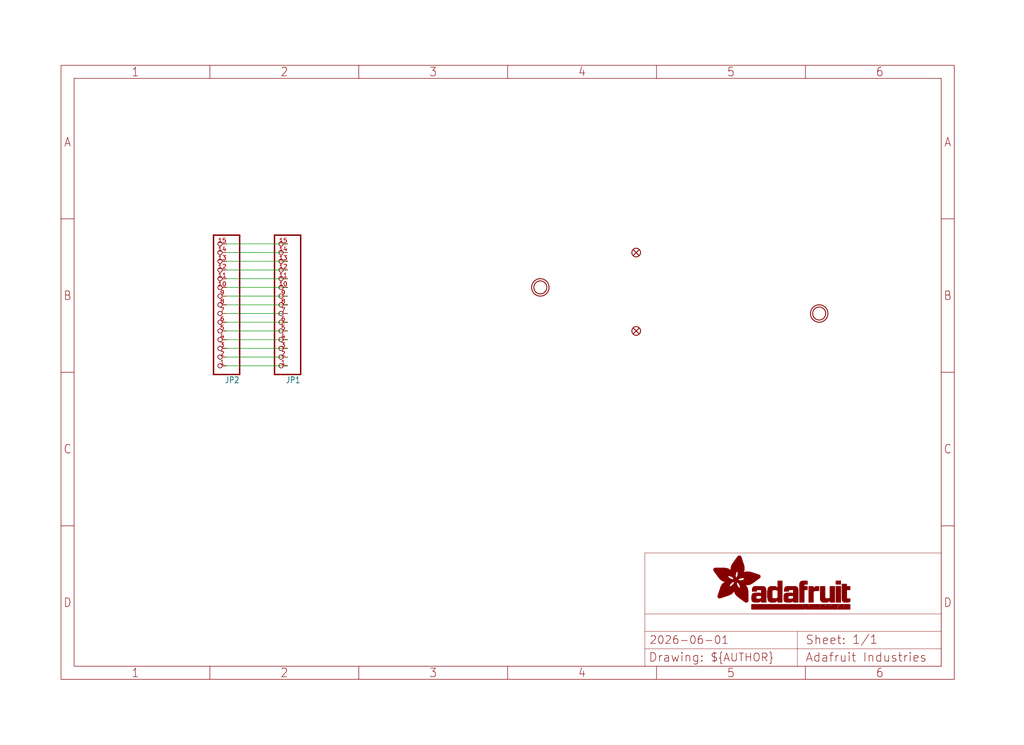
<source format=kicad_sch>
(kicad_sch (version 20230121) (generator eeschema)
  (paper "User" 298.45 217.322)
  (lib_symbols
    (symbol "working-eagle-import:FIDUCIAL_1MM")
    (symbol "working-eagle-import:FRAME_A4_ADAFRUIT"
      (symbol "FRAME_A4_ADAFRUIT_1_0"
        (text "${#}/${##}" (at 230.505 10.16 0) (effects (font (size 2.54 2.54)) (justify left bottom)))
        (text "${AUTHOR}" (at 189.23 5.08 0) (effects (font (size 2.286 2.286)) (justify left bottom)))
        (text "${CURRENT_DATE}" (at 171.45 10.16 0) (effects (font (size 2.286 2.286)) (justify left bottom)))
        (text "${PROJECTNAME}" (at 171.45 15.24 0) (effects (font (size 2.54 2.54)) (justify left bottom)))
        (text "1" (at 21.6958 1.905 0) (effects (font (size 2.54 2.286))))
        (text "1" (at 21.6958 177.165 0) (effects (font (size 2.54 2.286))))
        (text "2" (at 65.0875 1.905 0) (effects (font (size 2.54 2.286))))
        (text "2" (at 65.0875 177.165 0) (effects (font (size 2.54 2.286))))
        (text "3" (at 108.4792 1.905 0) (effects (font (size 2.54 2.286))))
        (text "3" (at 108.4792 177.165 0) (effects (font (size 2.54 2.286))))
        (text "4" (at 151.8708 1.905 0) (effects (font (size 2.54 2.286))))
        (text "4" (at 151.8708 177.165 0) (effects (font (size 2.54 2.286))))
        (text "5" (at 195.2625 1.905 0) (effects (font (size 2.54 2.286))))
        (text "5" (at 195.2625 177.165 0) (effects (font (size 2.54 2.286))))
        (text "6" (at 238.6542 1.905 0) (effects (font (size 2.54 2.286))))
        (text "6" (at 238.6542 177.165 0) (effects (font (size 2.54 2.286))))
        (text "A" (at 1.905 156.6863 0) (effects (font (size 2.54 2.286))))
        (text "A" (at 258.445 156.6863 0) (effects (font (size 2.54 2.286))))
        (text "Adafruit Industries" (at 216.916 4.953 0) (effects (font (size 2.54 2.54)) (justify left bottom)))
        (text "B" (at 1.905 111.9188 0) (effects (font (size 2.54 2.286))))
        (text "B" (at 258.445 111.9188 0) (effects (font (size 2.54 2.286))))
        (text "C" (at 1.905 67.1513 0) (effects (font (size 2.54 2.286))))
        (text "C" (at 258.445 67.1513 0) (effects (font (size 2.54 2.286))))
        (text "D" (at 1.905 22.3838 0) (effects (font (size 2.54 2.286))))
        (text "D" (at 258.445 22.3838 0) (effects (font (size 2.54 2.286))))
        (text "Drawing:" (at 171.196 4.953 0) (effects (font (size 2.54 2.54)) (justify left bottom)))
        (text "Sheet:" (at 216.916 10.033 0) (effects (font (size 2.54 2.54)) (justify left bottom)))
      )
    )
    (symbol "working-eagle-import:HEADER-1X15_FPC1MM_PI"
      (property "Reference" "JP" (at -6.35 20.955 0))
      (symbol "HEADER-1X15_FPC1MM_PI_1_0"
        (pin passive inverted (at -2.54 17.78 0) (length 2.54) (name "1") (number "1"))
        (pin passive inverted (at -2.54 -5.08 0) (length 2.54) (name "10") (number "10"))
        (pin passive inverted (at -2.54 -7.62 0) (length 2.54) (name "11") (number "11"))
        (pin passive inverted (at -2.54 -10.16 0) (length 2.54) (name "12") (number "12"))
        (pin passive inverted (at -2.54 -12.7 0) (length 2.54) (name "13") (number "13"))
        (pin passive inverted (at -2.54 -15.24 0) (length 2.54) (name "14") (number "14"))
        (pin passive inverted (at -2.54 -17.78 0) (length 2.54) (name "15") (number "15"))
        (pin passive inverted (at -2.54 15.24 0) (length 2.54) (name "2") (number "2"))
        (pin passive inverted (at -2.54 12.7 0) (length 2.54) (name "3") (number "3"))
        (pin passive inverted (at -2.54 10.16 0) (length 2.54) (name "4") (number "4"))
        (pin passive inverted (at -2.54 7.62 0) (length 2.54) (name "5") (number "5"))
        (pin passive inverted (at -2.54 5.08 0) (length 2.54) (name "6") (number "6"))
        (pin passive inverted (at -2.54 2.54 0) (length 2.54) (name "7") (number "7"))
        (pin passive inverted (at -2.54 0 0) (length 2.54) (name "8") (number "8"))
        (pin passive inverted (at -2.54 -2.54 0) (length 2.54) (name "9") (number "9"))
      )
    )
    (symbol "working-eagle-import:MOUNTINGHOLE2.5")
  )
  (wire (pts (xy 66.04 76.2) (xy 83.82 76.2)) (stroke (width 0.1524)))
  (wire (pts (xy 66.04 101.6) (xy 83.82 101.6)) (stroke (width 0.1524)))
  (wire (pts (xy 66.04 93.98) (xy 83.82 93.98)) (stroke (width 0.1524)))
  (wire (pts (xy 66.04 81.28) (xy 83.82 81.28)) (stroke (width 0.1524)))
  (wire (pts (xy 66.04 86.36) (xy 83.82 86.36)) (stroke (width 0.1524)))
  (wire (pts (xy 66.04 96.52) (xy 83.82 96.52)) (stroke (width 0.1524)))
  (wire (pts (xy 66.04 106.68) (xy 83.82 106.68)) (stroke (width 0.1524)))
  (wire (pts (xy 66.04 91.44) (xy 83.82 91.44)) (stroke (width 0.1524)))
  (wire (pts (xy 66.04 71.12) (xy 83.82 71.12)) (stroke (width 0.1524)))
  (wire (pts (xy 66.04 99.06) (xy 83.82 99.06)) (stroke (width 0.1524)))
  (wire (pts (xy 66.04 73.66) (xy 83.82 73.66)) (stroke (width 0.1524)))
  (wire (pts (xy 66.04 88.9) (xy 83.82 88.9)) (stroke (width 0.1524)))
  (wire (pts (xy 66.04 78.74) (xy 83.82 78.74)) (stroke (width 0.1524)))
  (wire (pts (xy 66.04 104.14) (xy 83.82 104.14)) (stroke (width 0.1524)))
  (wire (pts (xy 66.04 83.82) (xy 83.82 83.82)) (stroke (width 0.1524)))
  (symbol (lib_id "working-eagle-import:FIDUCIAL_1MM") (at 185.42 96.52 0) (unit 1)
    (property "Reference" "FID2" (effects hide))
    (property "Value" "FIDUCIAL_1MM" (effects hide))
    (property "Footprint" "working:FIDUCIAL_1MM" (effects hide))
  )
  (symbol (lib_id "working-eagle-import:MOUNTINGHOLE2.5") (at 238.76 91.44 0) (unit 1)
    (property "Reference" "U$2" (effects hide))
    (property "Value" "MOUNTINGHOLE2.5" (effects hide))
    (property "Footprint" "working:MOUNTINGHOLE_2.5_PLATED" (effects hide))
  )
  (symbol (lib_id "working-eagle-import:HEADER-1X15_FPC1MM_PI") (at 63.5 88.9 180) (unit 1)
    (property "Reference" "JP2" (at 69.85 109.855 0) (effects (font (size 1.778 1.5113)) (justify left bottom)))
    (property "Value" "HEADER-1X15_FPC1MM_PI" (effects hide))
    (property "Footprint" "working:FPC_15PIN_1.0MM" (effects hide))
  )
  (symbol (lib_id "working-eagle-import:MOUNTINGHOLE2.5") (at 157.48 83.82 0) (unit 1)
    (property "Reference" "U$3" (effects hide))
    (property "Value" "MOUNTINGHOLE2.5" (effects hide))
    (property "Footprint" "working:MOUNTINGHOLE_2.5_PLATED" (effects hide))
  )
  (symbol (lib_id "working-eagle-import:FIDUCIAL_1MM") (at 185.42 73.66 0) (unit 1)
    (property "Reference" "FID1" (effects hide))
    (property "Value" "FIDUCIAL_1MM" (effects hide))
    (property "Footprint" "working:FIDUCIAL_1MM" (effects hide))
  )
  (symbol (lib_id "working-eagle-import:FRAME_A4_ADAFRUIT") (at 17.78 198.12 0) (unit 1)
    (property "Reference" "#U$1" (effects hide))
    (property "Value" "FRAME_A4_ADAFRUIT" (effects hide))
  )
  (symbol (lib_id "working-eagle-import:HEADER-1X15_FPC1MM_PI") (at 81.28 88.9 180) (unit 1)
    (property "Reference" "JP1" (at 87.63 109.855 0) (effects (font (size 1.778 1.5113)) (justify left bottom)))
    (property "Value" "HEADER-1X15_FPC1MM_PI" (effects hide))
    (property "Footprint" "working:FPC_15PIN_1.0MM" (effects hide))
  )
)
</source>
